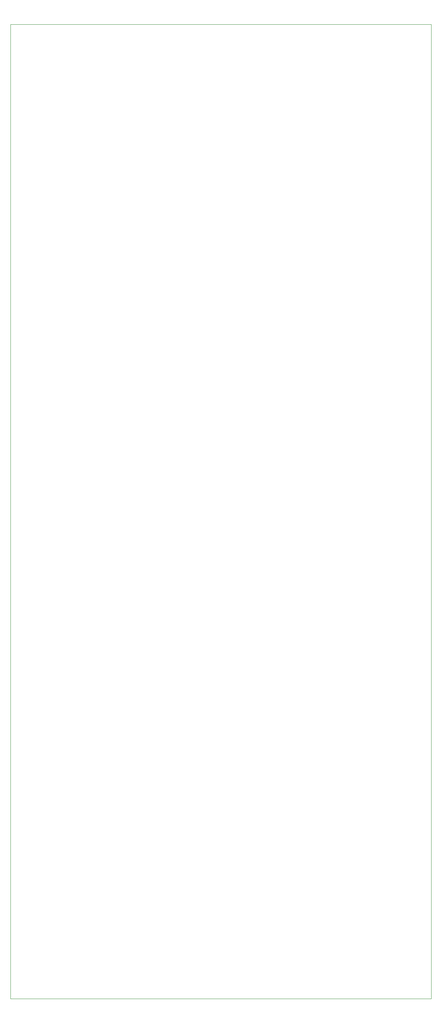
<source format=gbr>
%TF.GenerationSoftware,KiCad,Pcbnew,8.0.6*%
%TF.CreationDate,2024-11-19T21:22:31+01:00*%
%TF.ProjectId,calc,63616c63-2e6b-4696-9361-645f70636258,rev?*%
%TF.SameCoordinates,Original*%
%TF.FileFunction,Profile,NP*%
%FSLAX46Y46*%
G04 Gerber Fmt 4.6, Leading zero omitted, Abs format (unit mm)*
G04 Created by KiCad (PCBNEW 8.0.6) date 2024-11-19 21:22:31*
%MOMM*%
%LPD*%
G01*
G04 APERTURE LIST*
%TA.AperFunction,Profile*%
%ADD10C,0.050000*%
%TD*%
G04 APERTURE END LIST*
D10*
X141605000Y-24130000D02*
X236855000Y-24130000D01*
X236855000Y-244475000D01*
X141605000Y-244475000D01*
X141605000Y-24130000D01*
M02*

</source>
